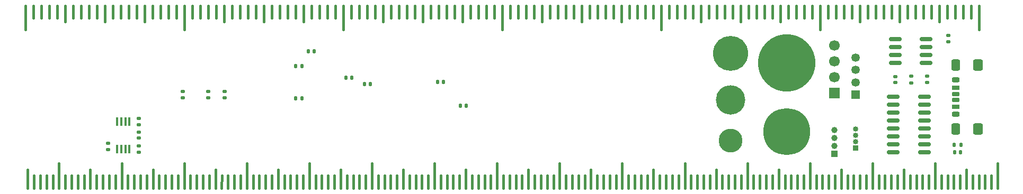
<source format=gts>
G04 #@! TF.GenerationSoftware,KiCad,Pcbnew,9.0.3*
G04 #@! TF.CreationDate,2025-08-19T12:47:58+01:00*
G04 #@! TF.ProjectId,PCB_RULER_IPRL_2025,5043425f-5255-44c4-9552-5f4950524c5f,rev?*
G04 #@! TF.SameCoordinates,Original*
G04 #@! TF.FileFunction,Soldermask,Top*
G04 #@! TF.FilePolarity,Negative*
%FSLAX46Y46*%
G04 Gerber Fmt 4.6, Leading zero omitted, Abs format (unit mm)*
G04 Created by KiCad (PCBNEW 9.0.3) date 2025-08-19 12:47:58*
%MOMM*%
%LPD*%
G01*
G04 APERTURE LIST*
G04 Aperture macros list*
%AMRoundRect*
0 Rectangle with rounded corners*
0 $1 Rounding radius*
0 $2 $3 $4 $5 $6 $7 $8 $9 X,Y pos of 4 corners*
0 Add a 4 corners polygon primitive as box body*
4,1,4,$2,$3,$4,$5,$6,$7,$8,$9,$2,$3,0*
0 Add four circle primitives for the rounded corners*
1,1,$1+$1,$2,$3*
1,1,$1+$1,$4,$5*
1,1,$1+$1,$6,$7*
1,1,$1+$1,$8,$9*
0 Add four rect primitives between the rounded corners*
20,1,$1+$1,$2,$3,$4,$5,0*
20,1,$1+$1,$4,$5,$6,$7,0*
20,1,$1+$1,$6,$7,$8,$9,0*
20,1,$1+$1,$8,$9,$2,$3,0*%
G04 Aperture macros list end*
%ADD10C,0.381000*%
%ADD11RoundRect,0.147500X-0.147500X-0.172500X0.147500X-0.172500X0.147500X0.172500X-0.147500X0.172500X0*%
%ADD12RoundRect,0.135000X-0.185000X0.135000X-0.185000X-0.135000X0.185000X-0.135000X0.185000X0.135000X0*%
%ADD13RoundRect,0.175000X0.425000X-0.175000X0.425000X0.175000X-0.425000X0.175000X-0.425000X-0.175000X0*%
%ADD14RoundRect,0.190000X-0.410000X0.190000X-0.410000X-0.190000X0.410000X-0.190000X0.410000X0.190000X0*%
%ADD15RoundRect,0.200000X-0.400000X0.200000X-0.400000X-0.200000X0.400000X-0.200000X0.400000X0.200000X0*%
%ADD16RoundRect,0.175000X-0.425000X0.175000X-0.425000X-0.175000X0.425000X-0.175000X0.425000X0.175000X0*%
%ADD17RoundRect,0.190000X0.410000X-0.190000X0.410000X0.190000X-0.410000X0.190000X-0.410000X-0.190000X0*%
%ADD18RoundRect,0.200000X0.400000X-0.200000X0.400000X0.200000X-0.400000X0.200000X-0.400000X-0.200000X0*%
%ADD19RoundRect,0.250000X0.425000X-0.650000X0.425000X0.650000X-0.425000X0.650000X-0.425000X-0.650000X0*%
%ADD20RoundRect,0.250000X0.500000X-0.650000X0.500000X0.650000X-0.500000X0.650000X-0.500000X-0.650000X0*%
%ADD21C,5.700000*%
%ADD22C,9.200000*%
%ADD23RoundRect,0.150000X-0.850000X-0.150000X0.850000X-0.150000X0.850000X0.150000X-0.850000X0.150000X0*%
%ADD24C,4.700000*%
%ADD25C,7.500000*%
%ADD26RoundRect,0.147500X-0.172500X0.147500X-0.172500X-0.147500X0.172500X-0.147500X0.172500X0.147500X0*%
%ADD27RoundRect,0.135000X0.185000X-0.135000X0.185000X0.135000X-0.185000X0.135000X-0.185000X-0.135000X0*%
%ADD28RoundRect,0.150000X-0.825000X-0.150000X0.825000X-0.150000X0.825000X0.150000X-0.825000X0.150000X0*%
%ADD29RoundRect,0.135000X0.135000X0.185000X-0.135000X0.185000X-0.135000X-0.185000X0.135000X-0.185000X0*%
%ADD30RoundRect,0.147500X0.147500X0.172500X-0.147500X0.172500X-0.147500X-0.172500X0.147500X-0.172500X0*%
%ADD31R,1.000000X1.000000*%
%ADD32C,1.000000*%
%ADD33C,2.600000*%
%ADD34C,3.800000*%
%ADD35R,1.350000X1.350000*%
%ADD36C,1.350000*%
%ADD37RoundRect,0.140000X0.170000X-0.140000X0.170000X0.140000X-0.170000X0.140000X-0.170000X-0.140000X0*%
%ADD38C,3.100000*%
%ADD39R,0.450000X1.425000*%
%ADD40RoundRect,0.140000X-0.170000X0.140000X-0.170000X-0.140000X0.170000X-0.140000X0.170000X0.140000X0*%
%ADD41R,1.700000X1.700000*%
%ADD42C,1.700000*%
%ADD43R,0.850000X0.850000*%
%ADD44C,0.850000*%
%ADD45C,3.600000*%
%ADD46C,5.600000*%
G04 APERTURE END LIST*
D10*
X72697940Y-114600000D02*
X72697940Y-111600000D01*
X73700020Y-114600000D02*
X73700780Y-112600000D01*
X74700020Y-114600000D02*
X74700780Y-112600000D01*
X75700020Y-114600000D02*
X75700780Y-112600000D01*
X76699620Y-114600000D02*
X76700380Y-112600000D01*
X77699600Y-114600000D02*
X77699600Y-110600000D01*
X78699620Y-114600000D02*
X78700380Y-112600000D01*
X79699620Y-114600000D02*
X79700380Y-112600000D01*
X80699620Y-114600000D02*
X80700380Y-112600000D01*
X81699620Y-114600000D02*
X81700380Y-112600000D01*
X82698720Y-114600000D02*
X82698720Y-111600000D01*
X83699620Y-114600000D02*
X83700380Y-112600000D01*
X84699620Y-114600000D02*
X84700380Y-112600000D01*
X85699620Y-114600000D02*
X85700380Y-112600000D01*
X86699220Y-114600000D02*
X86699980Y-112600000D01*
X87699980Y-114600000D02*
X87699980Y-110600000D01*
X88697580Y-114600000D02*
X88698340Y-112600000D01*
X89697580Y-114600000D02*
X89698340Y-112600000D01*
X90697580Y-114600000D02*
X90698340Y-112600000D01*
X91697580Y-114600000D02*
X91698340Y-112600000D01*
X92696680Y-114600000D02*
X92696680Y-111600000D01*
X93697580Y-114600000D02*
X93698340Y-112600000D01*
X94697580Y-114600000D02*
X94698340Y-112600000D01*
X95697580Y-114600000D02*
X95698340Y-112600000D01*
X96697180Y-114600000D02*
X96697940Y-112600000D01*
X97697940Y-114600000D02*
X97697940Y-110600000D01*
X98697960Y-114600000D02*
X98698720Y-112600000D01*
X99697960Y-114600000D02*
X99698720Y-112600000D01*
X100697960Y-114600000D02*
X100698720Y-112600000D01*
X101697960Y-114600000D02*
X101698720Y-112600000D01*
X102697060Y-114600000D02*
X102697060Y-111600000D01*
X103697960Y-114600000D02*
X103698720Y-112600000D01*
X104697960Y-114600000D02*
X104698720Y-112600000D01*
X105697960Y-114600000D02*
X105698720Y-112600000D01*
X106697560Y-114600000D02*
X106698320Y-112600000D01*
X107698320Y-114600000D02*
X107698320Y-110600000D01*
X108697580Y-114600000D02*
X108698340Y-112600000D01*
X109697580Y-114600000D02*
X109698340Y-112600000D01*
X110697580Y-114600000D02*
X110698340Y-112600000D01*
X111697580Y-114600000D02*
X111698340Y-112600000D01*
X112696680Y-114600000D02*
X112696680Y-111600000D01*
X113697580Y-114600000D02*
X113698340Y-112600000D01*
X114697580Y-114600000D02*
X114698340Y-112600000D01*
X115697580Y-114600000D02*
X115698340Y-112600000D01*
X116697180Y-114600000D02*
X116697940Y-112600000D01*
X117697940Y-114600000D02*
X117697940Y-110600000D01*
X118697960Y-114600000D02*
X118698720Y-112600000D01*
X119697960Y-114600000D02*
X119698720Y-112600000D01*
X120697960Y-114600000D02*
X120698720Y-112600000D01*
X121697960Y-114600000D02*
X121698720Y-112600000D01*
X122697060Y-114600000D02*
X122697060Y-111600000D01*
X123697960Y-114600000D02*
X123698720Y-112600000D01*
X124697960Y-114600000D02*
X124698720Y-112600000D01*
X125697960Y-114600000D02*
X125698720Y-112600000D01*
X126697560Y-114600000D02*
X126698320Y-112600000D01*
X127698320Y-114600000D02*
X127698320Y-110600000D01*
X128695920Y-114600000D02*
X128696680Y-112600000D01*
X129695920Y-114600000D02*
X129696680Y-112600000D01*
X130695920Y-114600000D02*
X130696680Y-112600000D01*
X131695920Y-114600000D02*
X131696680Y-112600000D01*
X132695020Y-114600000D02*
X132695020Y-111600000D01*
X133695920Y-114600000D02*
X133696680Y-112600000D01*
X134695920Y-114600000D02*
X134696680Y-112600000D01*
X135695920Y-114600000D02*
X135696680Y-112600000D01*
X136695520Y-114600000D02*
X136696280Y-112600000D01*
X137696280Y-114600000D02*
X137696280Y-110600000D01*
X138696300Y-114600000D02*
X138697060Y-112600000D01*
X139696300Y-114600000D02*
X139697060Y-112600000D01*
X140696300Y-114600000D02*
X140697060Y-112600000D01*
X141696300Y-114600000D02*
X141697060Y-112600000D01*
X142695400Y-114600000D02*
X142695400Y-111600000D01*
X143696300Y-114600000D02*
X143697060Y-112600000D01*
X144696300Y-114600000D02*
X144697060Y-112600000D01*
X145696300Y-114600000D02*
X145697060Y-112600000D01*
X146695900Y-114600000D02*
X146696660Y-112600000D01*
X147696660Y-114600000D02*
X147696660Y-110600000D01*
X148702560Y-114600000D02*
X148703320Y-112600000D01*
X149702560Y-114600000D02*
X149703320Y-112600000D01*
X150702560Y-114600000D02*
X150703320Y-112600000D01*
X151702560Y-114600000D02*
X151703320Y-112600000D01*
X152701660Y-114600000D02*
X152701660Y-111600000D01*
X153702560Y-114600000D02*
X153703320Y-112600000D01*
X154702560Y-114600000D02*
X154703320Y-112600000D01*
X155702560Y-114600000D02*
X155703320Y-112600000D01*
X156702160Y-114600000D02*
X156702920Y-112600000D01*
X157702920Y-114600000D02*
X157702920Y-110600000D01*
X158702940Y-114600000D02*
X158703700Y-112600000D01*
X159702940Y-114600000D02*
X159703700Y-112600000D01*
X160702940Y-114600000D02*
X160703700Y-112600000D01*
X161702940Y-114600000D02*
X161703700Y-112600000D01*
X162702040Y-114600000D02*
X162702040Y-111600000D01*
X163702940Y-114600000D02*
X163703700Y-112600000D01*
X164702940Y-114600000D02*
X164703700Y-112600000D01*
X165702940Y-114600000D02*
X165703700Y-112600000D01*
X166702540Y-114600000D02*
X166703300Y-112600000D01*
X167703300Y-114600000D02*
X167703300Y-110600000D01*
X168700900Y-114600000D02*
X168701660Y-112600000D01*
X169700900Y-114600000D02*
X169701660Y-112600000D01*
X170700900Y-114600000D02*
X170701660Y-112600000D01*
X171700900Y-114600000D02*
X171701660Y-112600000D01*
X172700000Y-114600000D02*
X172700000Y-111600000D01*
X173700900Y-114600000D02*
X173701660Y-112600000D01*
X174700900Y-114600000D02*
X174701660Y-112600000D01*
X175700900Y-114600000D02*
X175701660Y-112600000D01*
X176700500Y-114600000D02*
X176701260Y-112600000D01*
X177701260Y-114600000D02*
X177701260Y-110600000D01*
X178701280Y-114600000D02*
X178702040Y-112600000D01*
X179701280Y-114600000D02*
X179702040Y-112600000D01*
X180701280Y-114600000D02*
X180702040Y-112600000D01*
X181701280Y-114600000D02*
X181702040Y-112600000D01*
X182700380Y-114600000D02*
X182700380Y-111600000D01*
X183701280Y-114600000D02*
X183702040Y-112600000D01*
X184701280Y-114600000D02*
X184702040Y-112600000D01*
X185701280Y-114600000D02*
X185702040Y-112600000D01*
X186700880Y-114600000D02*
X186701640Y-112600000D01*
X187701640Y-114600000D02*
X187701640Y-110600000D01*
X188700900Y-114600000D02*
X188701660Y-112600000D01*
X189700900Y-114600000D02*
X189701660Y-112600000D01*
X190700900Y-114600000D02*
X190701660Y-112600000D01*
X191700900Y-114600000D02*
X191701660Y-112600000D01*
X192700000Y-114600000D02*
X192700000Y-111600000D01*
X193700900Y-114600000D02*
X193701660Y-112600000D01*
X194700900Y-114600000D02*
X194701660Y-112600000D01*
X195700900Y-114600000D02*
X195701660Y-112600000D01*
X196700500Y-114600000D02*
X196701260Y-112600000D01*
X197701260Y-114600000D02*
X197701260Y-110600000D01*
X198701280Y-114600000D02*
X198702040Y-112600000D01*
X199701280Y-114600000D02*
X199702040Y-112600000D01*
X200701280Y-114600000D02*
X200702040Y-112600000D01*
X201701280Y-114600000D02*
X201702040Y-112600000D01*
X202700380Y-114600000D02*
X202700380Y-111600000D01*
X203701280Y-114600000D02*
X203702040Y-112600000D01*
X204701280Y-114600000D02*
X204702040Y-112600000D01*
X205701280Y-114600000D02*
X205702040Y-112600000D01*
X206700880Y-114600000D02*
X206701640Y-112600000D01*
X207701640Y-114600000D02*
X207701640Y-110600000D01*
X208699240Y-114600000D02*
X208700000Y-112600000D01*
X209699240Y-114600000D02*
X209700000Y-112600000D01*
X210699240Y-114600000D02*
X210700000Y-112600000D01*
X211699240Y-114600000D02*
X211700000Y-112600000D01*
X212698340Y-114600000D02*
X212698340Y-111600000D01*
X213699240Y-114600000D02*
X213700000Y-112600000D01*
X214699240Y-114600000D02*
X214700000Y-112600000D01*
X215699240Y-114600000D02*
X215700000Y-112600000D01*
X216698840Y-114600000D02*
X216699600Y-112600000D01*
X217699600Y-114600000D02*
X217699600Y-110600000D01*
X218699620Y-114600000D02*
X218700380Y-112600000D01*
X219699620Y-114600000D02*
X219700380Y-112600000D01*
X220699620Y-114600000D02*
X220700380Y-112600000D01*
X221699620Y-114600000D02*
X221700380Y-112600000D01*
X222698720Y-114600000D02*
X222698720Y-111600000D01*
X223699620Y-114600000D02*
X223700380Y-112600000D01*
X224699620Y-114600000D02*
X224700380Y-112600000D01*
X225699620Y-114600000D02*
X225700380Y-112600000D01*
X226699220Y-114600000D02*
X226699980Y-112600000D01*
X227699980Y-114600000D02*
X227699980Y-110600000D01*
X72350000Y-85400000D02*
X72350000Y-89210000D01*
X73620000Y-85400000D02*
X73620000Y-87305000D01*
X74890000Y-85400000D02*
X74890000Y-87305000D01*
X76160000Y-85400000D02*
X76160000Y-87305000D01*
X77430000Y-85400000D02*
X77430000Y-87305000D01*
X78700000Y-85400000D02*
X78700000Y-87940000D01*
X79970000Y-85400000D02*
X79970000Y-87305000D01*
X81240000Y-85400000D02*
X81240000Y-87305000D01*
X82510000Y-85400000D02*
X82510000Y-87305000D01*
X83780000Y-85400000D02*
X83780000Y-87305000D01*
X85050000Y-85400000D02*
X85050000Y-87940000D01*
X86320000Y-85400000D02*
X86320000Y-87305000D01*
X87590000Y-85400000D02*
X87590000Y-87305000D01*
X88860000Y-85400000D02*
X88860000Y-87305000D01*
X90130000Y-85400000D02*
X90130000Y-87305000D01*
X91400000Y-85400000D02*
X91400000Y-87940000D01*
X92670000Y-85400000D02*
X92670000Y-87305000D01*
X93940000Y-85400000D02*
X93940000Y-87305000D01*
X95210000Y-85400000D02*
X95210000Y-87305000D01*
X96480000Y-85400000D02*
X96480000Y-87305000D01*
X97750000Y-85400000D02*
X97750000Y-89210000D01*
X99020000Y-85400000D02*
X99020000Y-87305000D01*
X100290000Y-85400000D02*
X100290000Y-87305000D01*
X101560000Y-85400000D02*
X101560000Y-87305000D01*
X102830000Y-85400000D02*
X102830000Y-87305000D01*
X104100000Y-85400000D02*
X104100000Y-87940000D01*
X105370000Y-85400000D02*
X105370000Y-87305000D01*
X106640000Y-85400000D02*
X106640000Y-87305000D01*
X107910000Y-85400000D02*
X107910000Y-87305000D01*
X109180000Y-85400000D02*
X109180000Y-87305000D01*
X110450000Y-85400000D02*
X110450000Y-87940000D01*
X111720000Y-85400000D02*
X111720000Y-87305000D01*
X112990000Y-85400000D02*
X112990000Y-87305000D01*
X114260000Y-85400000D02*
X114260000Y-87305000D01*
X115530000Y-85400000D02*
X115530000Y-87305000D01*
X116800000Y-85400000D02*
X116800000Y-87940000D01*
X118070000Y-85400000D02*
X118070000Y-87305000D01*
X119340000Y-85400000D02*
X119340000Y-87305000D01*
X120610000Y-85400000D02*
X120610000Y-87305000D01*
X121880000Y-85400000D02*
X121880000Y-87305000D01*
X123150000Y-85400000D02*
X123150000Y-89210000D01*
X124420000Y-85400000D02*
X124420000Y-87305000D01*
X125690000Y-85400000D02*
X125690000Y-87305000D01*
X126960000Y-85400000D02*
X126960000Y-87305000D01*
X128230000Y-85400000D02*
X128230000Y-87305000D01*
X129500000Y-85400000D02*
X129500000Y-87940000D01*
X130770000Y-85400000D02*
X130770000Y-87305000D01*
X132040000Y-85400000D02*
X132040000Y-87305000D01*
X133310000Y-85400000D02*
X133310000Y-87305000D01*
X134580000Y-85400000D02*
X134580000Y-87305000D01*
X135850000Y-85400000D02*
X135850000Y-87940000D01*
X137120000Y-85400000D02*
X137120000Y-87305000D01*
X138390000Y-85400000D02*
X138390000Y-87305000D01*
X139660000Y-85400000D02*
X139660000Y-87305000D01*
X140930000Y-85400000D02*
X140930000Y-87305000D01*
X142200000Y-85400000D02*
X142200000Y-87940000D01*
X143470000Y-85400000D02*
X143470000Y-87305000D01*
X144740000Y-85400000D02*
X144740000Y-87305000D01*
X146010000Y-85400000D02*
X146010000Y-87305000D01*
X147280000Y-85400000D02*
X147280000Y-87305000D01*
X148550000Y-85400000D02*
X148550000Y-89210000D01*
X149820000Y-85400000D02*
X149820000Y-87305000D01*
X151090000Y-85400000D02*
X151090000Y-87305000D01*
X152360000Y-85400000D02*
X152360000Y-87305000D01*
X153630000Y-85400000D02*
X153630000Y-87305000D01*
X154900000Y-85400000D02*
X154900000Y-87940000D01*
X156170000Y-85400000D02*
X156170000Y-87305000D01*
X157440000Y-85400000D02*
X157440000Y-87305000D01*
X158710000Y-85400000D02*
X158710000Y-87305000D01*
X159980000Y-85400000D02*
X159980000Y-87305000D01*
X161250000Y-85400000D02*
X161250000Y-87940000D01*
X162520000Y-85400000D02*
X162520000Y-87305000D01*
X163790000Y-85400000D02*
X163790000Y-87305000D01*
X165060000Y-85400000D02*
X165060000Y-87305000D01*
X166330000Y-85400000D02*
X166330000Y-87305000D01*
X167600000Y-85400000D02*
X167600000Y-87940000D01*
X168870000Y-85400000D02*
X168870000Y-87305000D01*
X170140000Y-85400000D02*
X170140000Y-87305000D01*
X171410000Y-85400000D02*
X171410000Y-87305000D01*
X172680000Y-85400000D02*
X172680000Y-87305000D01*
X173950000Y-85400000D02*
X173950000Y-89210000D01*
X175220000Y-85400000D02*
X175220000Y-87305000D01*
X176490000Y-85400000D02*
X176490000Y-87305000D01*
X177760000Y-85400000D02*
X177760000Y-87305000D01*
X179030000Y-85400000D02*
X179030000Y-87305000D01*
X180300000Y-85400000D02*
X180300000Y-87940000D01*
X181570000Y-85400000D02*
X181570000Y-87305000D01*
X182840000Y-85400000D02*
X182840000Y-87305000D01*
X184110000Y-85400000D02*
X184110000Y-87305000D01*
X185380000Y-85400000D02*
X185380000Y-87305000D01*
X186650000Y-85400000D02*
X186650000Y-87940000D01*
X187920000Y-85400000D02*
X187920000Y-87305000D01*
X189190000Y-85400000D02*
X189190000Y-87305000D01*
X190460000Y-85400000D02*
X190460000Y-87305000D01*
X191730000Y-85400000D02*
X191730000Y-87305000D01*
X193000000Y-85400000D02*
X193000000Y-87940000D01*
X194270000Y-85400000D02*
X194270000Y-87305000D01*
X195540000Y-85400000D02*
X195540000Y-87305000D01*
X196810000Y-85400000D02*
X196810000Y-87305000D01*
X198080000Y-85400000D02*
X198080000Y-87305000D01*
X199350000Y-85400000D02*
X199350000Y-89210000D01*
X200620000Y-85400000D02*
X200620000Y-87305000D01*
X201890000Y-85400000D02*
X201890000Y-87305000D01*
X203160000Y-85400000D02*
X203160000Y-87305000D01*
X204430000Y-85400000D02*
X204430000Y-87305000D01*
X205700000Y-85400000D02*
X205700000Y-87940000D01*
X206970000Y-85400000D02*
X206970000Y-87305000D01*
X208240000Y-85400000D02*
X208240000Y-87305000D01*
X209510000Y-85400000D02*
X209510000Y-87305000D01*
X210780000Y-85400000D02*
X210780000Y-87305000D01*
X212050000Y-85400000D02*
X212050000Y-87940000D01*
X213320000Y-85400000D02*
X213320000Y-87305000D01*
X214590000Y-85400000D02*
X214590000Y-87305000D01*
X215860000Y-85400000D02*
X215860000Y-87305000D01*
X217130000Y-85400000D02*
X217130000Y-87305000D01*
X218400000Y-85400000D02*
X218400000Y-87940000D01*
X219670000Y-85400000D02*
X219670000Y-87305000D01*
X220940000Y-85400000D02*
X220940000Y-87305000D01*
X222210000Y-85400000D02*
X222210000Y-87305000D01*
X223480000Y-85400000D02*
X223480000Y-87305000D01*
X224750000Y-85400000D02*
X224750000Y-89210000D01*
D11*
X115515000Y-100200000D03*
X116485000Y-100200000D03*
D12*
X213900000Y-96690000D03*
X213900000Y-97710000D03*
D13*
X220967500Y-100500000D03*
D14*
X220967500Y-98480000D03*
D15*
X220967500Y-97250000D03*
D16*
X220967500Y-99500000D03*
D17*
X220967500Y-101520000D03*
D18*
X220967500Y-102750000D03*
D19*
X221022500Y-105125000D03*
D20*
X224602500Y-105125000D03*
D19*
X221022500Y-94875000D03*
D20*
X224602500Y-94875000D03*
D21*
X194000000Y-94500000D03*
D22*
X194000000Y-94500000D03*
D23*
X211050000Y-99960000D03*
X211050000Y-101230000D03*
X211050000Y-102500000D03*
X211050000Y-103770000D03*
X211050000Y-105040000D03*
X211050000Y-106310000D03*
X211050000Y-107580000D03*
X211050000Y-108850000D03*
X216050000Y-108850000D03*
X216050000Y-107580000D03*
X216050000Y-106310000D03*
X216050000Y-105040000D03*
X216050000Y-103770000D03*
X216050000Y-102500000D03*
X216050000Y-101230000D03*
X216050000Y-99960000D03*
D11*
X126515000Y-97950000D03*
X127485000Y-97950000D03*
D24*
X194000000Y-105500000D03*
D25*
X194000000Y-105500000D03*
D26*
X90467750Y-107865000D03*
X90467750Y-108835000D03*
D27*
X219850000Y-91160000D03*
X219850000Y-90140000D03*
D28*
X211350000Y-90700000D03*
X211350000Y-91970000D03*
X211350000Y-93240000D03*
X211350000Y-94510000D03*
X216300000Y-94510000D03*
X216300000Y-93240000D03*
X216300000Y-91970000D03*
X216300000Y-90700000D03*
D29*
X221810000Y-107650000D03*
X220790000Y-107650000D03*
D12*
X216450000Y-96640000D03*
X216450000Y-97660000D03*
D26*
X97500000Y-99115000D03*
X97500000Y-100085000D03*
D30*
X221785000Y-108800000D03*
X220815000Y-108800000D03*
D31*
X201600000Y-109100000D03*
D32*
X201600000Y-107830000D03*
X201600000Y-106560000D03*
X201600000Y-105290000D03*
D11*
X123515000Y-96900000D03*
X124485000Y-96900000D03*
D26*
X104200000Y-99115000D03*
X104200000Y-100085000D03*
D33*
X185000000Y-107000000D03*
D34*
X185000000Y-107000000D03*
D11*
X138165000Y-97550000D03*
X139135000Y-97550000D03*
D35*
X205000000Y-99650000D03*
D36*
X205000000Y-97650000D03*
X205000000Y-95650000D03*
X205000000Y-93650000D03*
D37*
X85550000Y-108380000D03*
X85550000Y-107420000D03*
D38*
X185000000Y-100500000D03*
D24*
X185000000Y-100500000D03*
D26*
X101500000Y-99115000D03*
X101500000Y-100085000D03*
D39*
X86992750Y-108362000D03*
X87642750Y-108362000D03*
X88292750Y-108362000D03*
X88942750Y-108362000D03*
X88942750Y-103938000D03*
X88292750Y-103938000D03*
X87642750Y-103938000D03*
X86992750Y-103938000D03*
D11*
X115515000Y-95050000D03*
X116485000Y-95050000D03*
D12*
X90467750Y-103440000D03*
X90467750Y-104460000D03*
D11*
X117515000Y-92700000D03*
X118485000Y-92700000D03*
D40*
X211350000Y-96720000D03*
X211350000Y-97680000D03*
D41*
X201600000Y-99400000D03*
D42*
X201600000Y-96860000D03*
X201600000Y-94320000D03*
X201600000Y-91780000D03*
D11*
X141815000Y-101400000D03*
X142785000Y-101400000D03*
D37*
X90467750Y-106560000D03*
X90467750Y-105600000D03*
D43*
X205000000Y-108150000D03*
D44*
X205000000Y-107150000D03*
X205000000Y-106150000D03*
X205000000Y-105150000D03*
D45*
X185000000Y-93000000D03*
D46*
X185000000Y-93000000D03*
M02*

</source>
